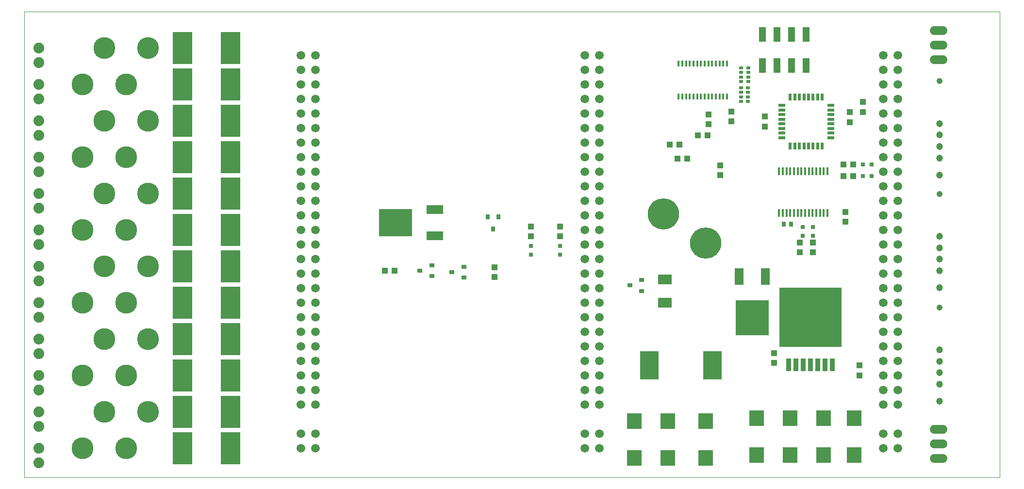
<source format=gts>
G75*
%MOIN*%
%OFA0B0*%
%FSLAX25Y25*%
%IPPOS*%
%LPD*%
%AMOC8*
5,1,8,0,0,1.08239X$1,22.5*
%
%ADD10C,0.00000*%
%ADD11C,0.07400*%
%ADD12R,0.03937X0.04331*%
%ADD13R,0.04331X0.03937*%
%ADD14C,0.05906*%
%ADD15R,0.03543X0.03150*%
%ADD16R,0.03150X0.03543*%
%ADD17R,0.11811X0.06299*%
%ADD18R,0.22500X0.19000*%
%ADD19C,0.15024*%
%ADD20R,0.05000X0.02200*%
%ADD21R,0.02200X0.05000*%
%ADD22C,0.21500*%
%ADD23R,0.13386X0.22047*%
%ADD24R,0.01200X0.03900*%
%ADD25R,0.01370X0.05500*%
%ADD26R,0.03150X0.03150*%
%ADD27C,0.04134*%
%ADD28C,0.04724*%
%ADD29R,0.05000X0.10000*%
%ADD30C,0.06000*%
%ADD31R,0.03500X0.03100*%
%ADD32R,0.09449X0.07087*%
%ADD33R,0.22835X0.24409*%
%ADD34R,0.06299X0.11811*%
%ADD35R,0.03600X0.08500*%
%ADD36R,0.42500X0.41000*%
%ADD37R,0.12992X0.19291*%
%ADD38R,0.10039X0.10906*%
%ADD39R,0.02756X0.03543*%
%ADD40R,0.02559X0.01969*%
D10*
X0003000Y0004250D02*
X0003000Y0324250D01*
X0673000Y0324250D01*
X0673000Y0004250D01*
X0003000Y0004250D01*
D11*
X0013000Y0014250D03*
X0013000Y0024250D03*
X0013000Y0039250D03*
X0013000Y0049250D03*
X0013000Y0064250D03*
X0013000Y0074250D03*
X0013000Y0089250D03*
X0013000Y0099250D03*
X0013000Y0114250D03*
X0013000Y0124250D03*
X0013000Y0139250D03*
X0013000Y0149250D03*
X0013000Y0164250D03*
X0013000Y0174250D03*
X0013000Y0189250D03*
X0013000Y0199250D03*
X0013000Y0214250D03*
X0013000Y0224250D03*
X0013000Y0239250D03*
X0013000Y0249250D03*
X0013000Y0264250D03*
X0013000Y0274250D03*
X0013000Y0289250D03*
X0013000Y0299250D03*
D12*
X0326000Y0148596D03*
X0326000Y0141904D03*
X0481000Y0211904D03*
X0481000Y0218596D03*
X0458346Y0223250D03*
X0451654Y0223250D03*
X0452846Y0232750D03*
X0446154Y0232750D03*
X0473000Y0246904D03*
X0473000Y0253596D03*
X0488500Y0255596D03*
X0488500Y0248904D03*
X0511500Y0252096D03*
X0511500Y0245404D03*
X0565654Y0219250D03*
X0572346Y0219250D03*
X0572346Y0211250D03*
X0565654Y0211250D03*
X0566900Y0186496D03*
X0566900Y0179804D03*
X0570000Y0248404D03*
X0570000Y0255096D03*
X0579000Y0255404D03*
X0579000Y0262096D03*
X0518000Y0089596D03*
X0518000Y0082904D03*
X0576500Y0081096D03*
X0576500Y0074404D03*
D13*
X0544500Y0158904D03*
X0535500Y0158904D03*
X0535500Y0165596D03*
X0544500Y0165596D03*
X0472346Y0239250D03*
X0465654Y0239250D03*
X0371000Y0176596D03*
X0371000Y0169904D03*
X0351000Y0169904D03*
X0351000Y0176596D03*
X0257346Y0146250D03*
X0250654Y0146250D03*
D14*
X0203000Y0144250D03*
X0193000Y0144250D03*
X0193000Y0134250D03*
X0203000Y0134250D03*
X0203000Y0124250D03*
X0193000Y0124250D03*
X0193000Y0114250D03*
X0203000Y0114250D03*
X0203000Y0104250D03*
X0193000Y0104250D03*
X0193000Y0094250D03*
X0203000Y0094250D03*
X0203000Y0084250D03*
X0193000Y0084250D03*
X0193000Y0074250D03*
X0203000Y0074250D03*
X0203000Y0064250D03*
X0193000Y0064250D03*
X0193000Y0054250D03*
X0203000Y0054250D03*
X0203000Y0034250D03*
X0193000Y0034250D03*
X0193000Y0024250D03*
X0203000Y0024250D03*
X0388000Y0024250D03*
X0398000Y0024250D03*
X0398000Y0034250D03*
X0388000Y0034250D03*
X0388000Y0054250D03*
X0398000Y0054250D03*
X0398000Y0064250D03*
X0388000Y0064250D03*
X0388000Y0074250D03*
X0398000Y0074250D03*
X0398000Y0084250D03*
X0388000Y0084250D03*
X0388000Y0094250D03*
X0398000Y0094250D03*
X0398000Y0104250D03*
X0388000Y0104250D03*
X0388000Y0114250D03*
X0398000Y0114250D03*
X0398000Y0124250D03*
X0388000Y0124250D03*
X0388000Y0134250D03*
X0398000Y0134250D03*
X0398000Y0144250D03*
X0388000Y0144250D03*
X0388000Y0154250D03*
X0398000Y0154250D03*
X0398000Y0164250D03*
X0388000Y0164250D03*
X0388000Y0174250D03*
X0398000Y0174250D03*
X0398000Y0184250D03*
X0388000Y0184250D03*
X0388000Y0194250D03*
X0398000Y0194250D03*
X0398000Y0204250D03*
X0388000Y0204250D03*
X0388000Y0214250D03*
X0398000Y0214250D03*
X0398000Y0224250D03*
X0388000Y0224250D03*
X0388000Y0234250D03*
X0398000Y0234250D03*
X0398000Y0244250D03*
X0388000Y0244250D03*
X0388000Y0254250D03*
X0398000Y0254250D03*
X0398000Y0264250D03*
X0388000Y0264250D03*
X0388000Y0274250D03*
X0398000Y0274250D03*
X0398000Y0284250D03*
X0388000Y0284250D03*
X0388000Y0294250D03*
X0398000Y0294250D03*
X0593000Y0294250D03*
X0603000Y0294250D03*
X0603000Y0284250D03*
X0593000Y0284250D03*
X0593000Y0274250D03*
X0603000Y0274250D03*
X0603000Y0264250D03*
X0593000Y0264250D03*
X0593000Y0254250D03*
X0603000Y0254250D03*
X0603000Y0244250D03*
X0593000Y0244250D03*
X0593000Y0234250D03*
X0603000Y0234250D03*
X0603000Y0224250D03*
X0593000Y0224250D03*
X0593000Y0214250D03*
X0603000Y0214250D03*
X0603000Y0204250D03*
X0593000Y0204250D03*
X0593000Y0194250D03*
X0603000Y0194250D03*
X0603000Y0184250D03*
X0593000Y0184250D03*
X0593000Y0174250D03*
X0603000Y0174250D03*
X0603000Y0164250D03*
X0593000Y0164250D03*
X0593000Y0154250D03*
X0603000Y0154250D03*
X0603000Y0144250D03*
X0593000Y0144250D03*
X0593000Y0134250D03*
X0603000Y0134250D03*
X0603000Y0124250D03*
X0593000Y0124250D03*
X0593000Y0114250D03*
X0603000Y0114250D03*
X0603000Y0104250D03*
X0593000Y0104250D03*
X0593000Y0094250D03*
X0603000Y0094250D03*
X0603000Y0084250D03*
X0593000Y0084250D03*
X0593000Y0074250D03*
X0603000Y0074250D03*
X0603000Y0064250D03*
X0593000Y0064250D03*
X0593000Y0054250D03*
X0603000Y0054250D03*
X0603000Y0034250D03*
X0593000Y0034250D03*
X0593000Y0024250D03*
X0603000Y0024250D03*
X0203000Y0154250D03*
X0193000Y0154250D03*
X0193000Y0164250D03*
X0203000Y0164250D03*
X0203000Y0174250D03*
X0193000Y0174250D03*
X0193000Y0184250D03*
X0203000Y0184250D03*
X0203000Y0194250D03*
X0193000Y0194250D03*
X0193000Y0204250D03*
X0203000Y0204250D03*
X0203000Y0214250D03*
X0193000Y0214250D03*
X0193000Y0224250D03*
X0203000Y0224250D03*
X0203000Y0234250D03*
X0193000Y0234250D03*
X0193000Y0244250D03*
X0203000Y0244250D03*
X0203000Y0254250D03*
X0193000Y0254250D03*
X0193000Y0264250D03*
X0203000Y0264250D03*
X0203000Y0274250D03*
X0193000Y0274250D03*
X0193000Y0284250D03*
X0203000Y0284250D03*
X0203000Y0294250D03*
X0193000Y0294250D03*
D15*
X0282937Y0149990D03*
X0274669Y0146250D03*
X0282937Y0142510D03*
X0296669Y0145250D03*
X0304937Y0141510D03*
X0304937Y0148990D03*
D16*
X0325000Y0174919D03*
X0321260Y0183187D03*
X0328740Y0183187D03*
D17*
X0284906Y0188226D03*
X0284906Y0170274D03*
D18*
X0257748Y0179250D03*
D19*
X0088000Y0199250D03*
X0058000Y0199250D03*
X0043000Y0224250D03*
X0073000Y0224250D03*
X0058000Y0249250D03*
X0088000Y0249250D03*
X0073000Y0274250D03*
X0043000Y0274250D03*
X0058000Y0299250D03*
X0088000Y0299250D03*
X0073000Y0174250D03*
X0043000Y0174250D03*
X0058000Y0149250D03*
X0088000Y0149250D03*
X0073000Y0124250D03*
X0043000Y0124250D03*
X0058000Y0099250D03*
X0088000Y0099250D03*
X0073000Y0074250D03*
X0043000Y0074250D03*
X0058000Y0049250D03*
X0088000Y0049250D03*
X0073000Y0024250D03*
X0043000Y0024250D03*
D20*
X0523100Y0237726D03*
X0523100Y0240876D03*
X0523100Y0244026D03*
X0523100Y0247175D03*
X0523100Y0250325D03*
X0523100Y0253474D03*
X0523100Y0256624D03*
X0523100Y0259774D03*
X0556900Y0259774D03*
X0556900Y0256624D03*
X0556900Y0253474D03*
X0556900Y0250325D03*
X0556900Y0247175D03*
X0556900Y0244026D03*
X0556900Y0240876D03*
X0556900Y0237726D03*
D21*
X0551024Y0231850D03*
X0547874Y0231850D03*
X0544724Y0231850D03*
X0541575Y0231850D03*
X0538425Y0231850D03*
X0535276Y0231850D03*
X0532126Y0231850D03*
X0528976Y0231850D03*
X0528976Y0265650D03*
X0532126Y0265650D03*
X0535276Y0265650D03*
X0538425Y0265650D03*
X0541575Y0265650D03*
X0544724Y0265650D03*
X0547874Y0265650D03*
X0551024Y0265650D03*
D22*
X0442000Y0185250D03*
X0471000Y0165250D03*
D23*
X0144535Y0174250D03*
X0111465Y0174250D03*
X0111465Y0149250D03*
X0144535Y0149250D03*
X0144535Y0124250D03*
X0111465Y0124250D03*
X0111465Y0099250D03*
X0144535Y0099250D03*
X0144535Y0074250D03*
X0111465Y0074250D03*
X0111465Y0049250D03*
X0144535Y0049250D03*
X0144535Y0024250D03*
X0111465Y0024250D03*
X0111465Y0199250D03*
X0144535Y0199250D03*
X0144535Y0224250D03*
X0111465Y0224250D03*
X0111465Y0249250D03*
X0144535Y0249250D03*
X0144535Y0274250D03*
X0111465Y0274250D03*
X0111465Y0299250D03*
X0144535Y0299250D03*
D24*
X0452366Y0288737D03*
X0454925Y0288737D03*
X0457484Y0288737D03*
X0460043Y0288737D03*
X0462602Y0288737D03*
X0465161Y0288737D03*
X0467720Y0288737D03*
X0470280Y0288737D03*
X0472839Y0288737D03*
X0475398Y0288737D03*
X0477957Y0288737D03*
X0480516Y0288737D03*
X0483075Y0288737D03*
X0485634Y0288737D03*
X0485634Y0265763D03*
X0483075Y0265763D03*
X0480516Y0265763D03*
X0477957Y0265763D03*
X0475398Y0265763D03*
X0472839Y0265763D03*
X0470280Y0265763D03*
X0467720Y0265763D03*
X0465161Y0265763D03*
X0462602Y0265763D03*
X0460043Y0265763D03*
X0457484Y0265763D03*
X0454925Y0265763D03*
X0452366Y0265763D03*
D25*
X0521366Y0214644D03*
X0523925Y0214644D03*
X0526484Y0214644D03*
X0529043Y0214644D03*
X0531602Y0214644D03*
X0534161Y0214644D03*
X0536720Y0214644D03*
X0539280Y0214644D03*
X0541839Y0214644D03*
X0544398Y0214644D03*
X0546957Y0214644D03*
X0549516Y0214644D03*
X0552075Y0214644D03*
X0554634Y0214644D03*
X0554634Y0185856D03*
X0552075Y0185856D03*
X0549516Y0185856D03*
X0546957Y0185856D03*
X0544398Y0185856D03*
X0541839Y0185856D03*
X0539280Y0185856D03*
X0536720Y0185856D03*
X0534161Y0185856D03*
X0531602Y0185856D03*
X0529043Y0185856D03*
X0526484Y0185856D03*
X0523925Y0185856D03*
X0521366Y0185856D03*
D26*
X0537500Y0176203D03*
X0544500Y0176203D03*
X0544500Y0170297D03*
X0537500Y0170297D03*
X0579047Y0211250D03*
X0584953Y0211250D03*
X0584953Y0219250D03*
X0579047Y0219250D03*
X0371000Y0163203D03*
X0371000Y0157297D03*
X0351000Y0157297D03*
X0351000Y0163203D03*
D27*
X0631524Y0198994D03*
X0631524Y0276494D03*
X0631524Y0120994D03*
D28*
X0631524Y0134427D03*
X0631524Y0146238D03*
X0631524Y0154112D03*
X0631524Y0161986D03*
X0631524Y0169860D03*
X0631524Y0211927D03*
X0631524Y0223738D03*
X0631524Y0231612D03*
X0631524Y0239486D03*
X0631524Y0247360D03*
X0631524Y0091860D03*
X0631524Y0083986D03*
X0631524Y0076112D03*
X0631524Y0068238D03*
X0631524Y0056427D03*
D29*
X0540000Y0287250D03*
X0530000Y0287250D03*
X0520000Y0287250D03*
X0510000Y0287250D03*
X0510000Y0308746D03*
X0520000Y0308746D03*
X0530000Y0308746D03*
X0540000Y0308746D03*
D30*
X0628000Y0311250D02*
X0634000Y0311250D01*
X0634000Y0301250D02*
X0628000Y0301250D01*
X0628000Y0291250D02*
X0634000Y0291250D01*
X0634000Y0037250D02*
X0628000Y0037250D01*
X0628000Y0027250D02*
X0634000Y0027250D01*
X0634000Y0017250D02*
X0628000Y0017250D01*
D31*
X0427000Y0132350D03*
X0419000Y0136150D03*
X0427000Y0139950D03*
D32*
X0443000Y0140222D03*
X0443000Y0124278D03*
D33*
X0503000Y0114045D03*
D34*
X0494004Y0142313D03*
X0511996Y0142313D03*
D35*
X0528000Y0081450D03*
X0533000Y0081450D03*
X0538000Y0081450D03*
X0543000Y0081450D03*
X0548000Y0081450D03*
X0553000Y0081450D03*
X0558000Y0081450D03*
D36*
X0543000Y0114250D03*
D37*
X0475654Y0081250D03*
X0432346Y0081250D03*
D38*
X0422000Y0042864D03*
X0445000Y0042864D03*
X0471000Y0042864D03*
X0506000Y0044864D03*
X0529000Y0044864D03*
X0552000Y0044864D03*
X0573000Y0044864D03*
X0573000Y0019510D03*
X0552000Y0019510D03*
X0529000Y0019510D03*
X0506000Y0019510D03*
X0471000Y0017510D03*
X0445000Y0017510D03*
X0422000Y0017510D03*
D39*
X0524441Y0178250D03*
X0529559Y0178250D03*
D40*
X0500061Y0262526D03*
X0500061Y0265675D03*
X0500061Y0268825D03*
X0500061Y0271974D03*
X0500161Y0276226D03*
X0500161Y0279375D03*
X0500161Y0282525D03*
X0500161Y0285674D03*
X0495239Y0285674D03*
X0495239Y0282525D03*
X0495239Y0279375D03*
X0495239Y0276226D03*
X0495139Y0271974D03*
X0495139Y0268825D03*
X0495139Y0265675D03*
X0495139Y0262526D03*
M02*

</source>
